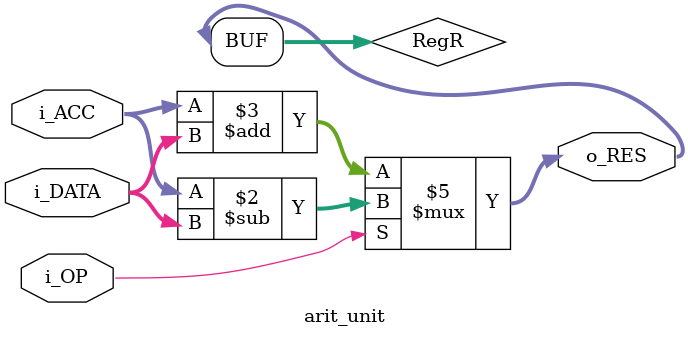
<source format=v>
`timescale 1ns / 1ps

module arit_unit
#( 
  //parametros
  parameter	N_BUS 	= 16
)
(
  //	ENTRADAS:
  input     signed  [N_BUS-1:0] i_ACC,
  input     signed  [N_BUS-1:0]	i_DATA,
  input                         i_OP,

  //	SALIDAS: 
  output    signed	[N_BUS-1:0] o_RES
);

    
  reg   signed	[N_BUS-1:0] RegR;

  always @(*)
      begin
        if (i_OP)
          begin
            RegR 		<= 		i_ACC - i_DATA;
          end
        else
          begin
            RegR		<= 		i_ACC + i_DATA;
          end
      end

assign o_RES = RegR;

endmodule

</source>
